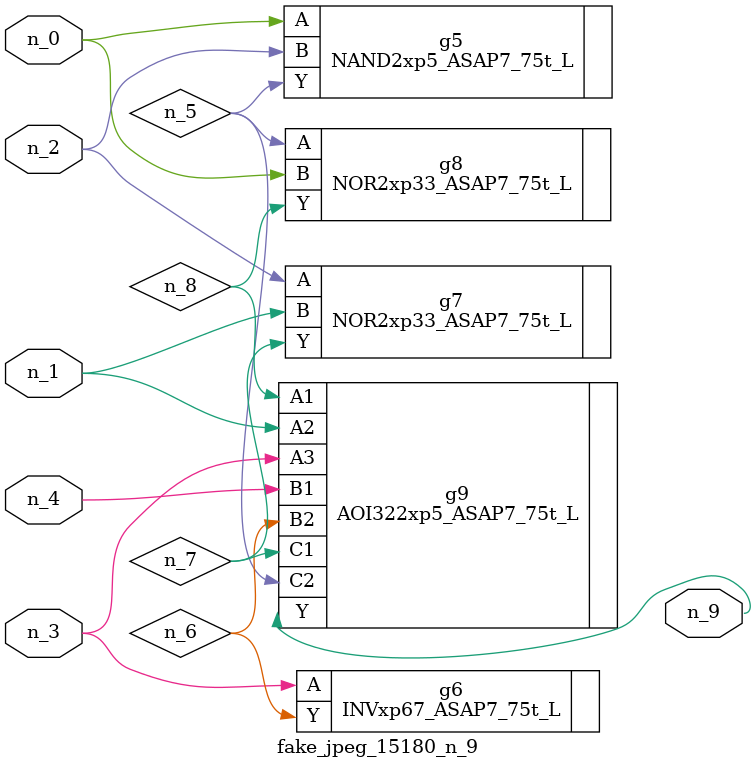
<source format=v>
module fake_jpeg_15180_n_9 (n_3, n_2, n_1, n_0, n_4, n_9);

input n_3;
input n_2;
input n_1;
input n_0;
input n_4;

output n_9;

wire n_8;
wire n_6;
wire n_5;
wire n_7;

NAND2xp5_ASAP7_75t_L g5 ( 
.A(n_0),
.B(n_2),
.Y(n_5)
);

INVxp67_ASAP7_75t_L g6 ( 
.A(n_3),
.Y(n_6)
);

NOR2xp33_ASAP7_75t_L g7 ( 
.A(n_2),
.B(n_1),
.Y(n_7)
);

NOR2xp33_ASAP7_75t_L g8 ( 
.A(n_5),
.B(n_0),
.Y(n_8)
);

AOI322xp5_ASAP7_75t_L g9 ( 
.A1(n_8),
.A2(n_1),
.A3(n_3),
.B1(n_4),
.B2(n_6),
.C1(n_7),
.C2(n_5),
.Y(n_9)
);


endmodule
</source>
